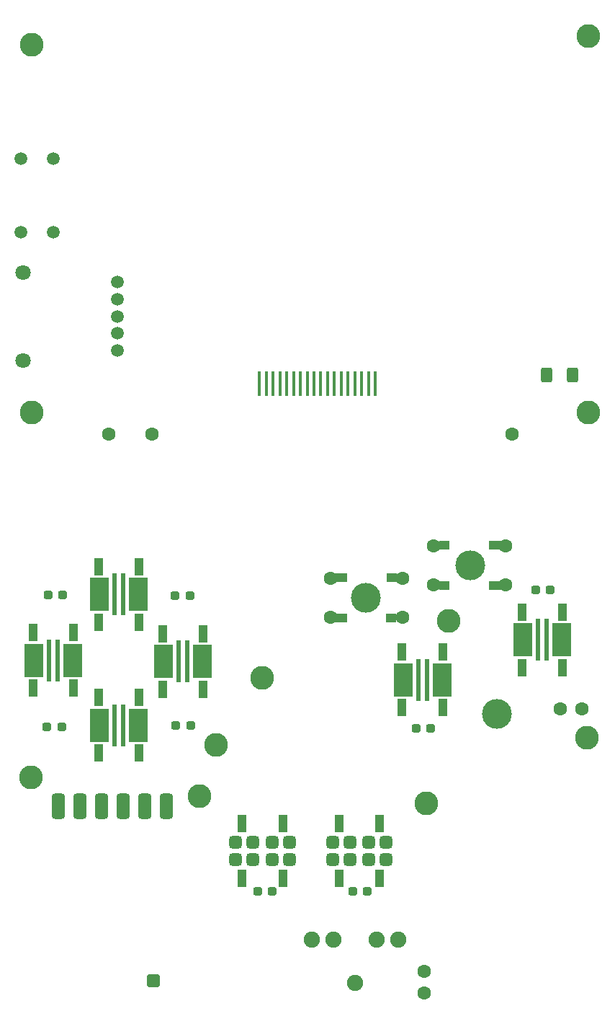
<source format=gbr>
%TF.GenerationSoftware,KiCad,Pcbnew,8.0.5*%
%TF.CreationDate,2024-11-18T11:08:30+00:00*%
%TF.ProjectId,gbc_retrozero_combined,6762635f-7265-4747-926f-7a65726f5f63,rev?*%
%TF.SameCoordinates,Original*%
%TF.FileFunction,Soldermask,Top*%
%TF.FilePolarity,Negative*%
%FSLAX46Y46*%
G04 Gerber Fmt 4.6, Leading zero omitted, Abs format (unit mm)*
G04 Created by KiCad (PCBNEW 8.0.5) date 2024-11-18 11:08:30*
%MOMM*%
%LPD*%
G01*
G04 APERTURE LIST*
G04 Aperture macros list*
%AMRoundRect*
0 Rectangle with rounded corners*
0 $1 Rounding radius*
0 $2 $3 $4 $5 $6 $7 $8 $9 X,Y pos of 4 corners*
0 Add a 4 corners polygon primitive as box body*
4,1,4,$2,$3,$4,$5,$6,$7,$8,$9,$2,$3,0*
0 Add four circle primitives for the rounded corners*
1,1,$1+$1,$2,$3*
1,1,$1+$1,$4,$5*
1,1,$1+$1,$6,$7*
1,1,$1+$1,$8,$9*
0 Add four rect primitives between the rounded corners*
20,1,$1+$1,$2,$3,$4,$5,0*
20,1,$1+$1,$4,$5,$6,$7,0*
20,1,$1+$1,$6,$7,$8,$9,0*
20,1,$1+$1,$8,$9,$2,$3,0*%
G04 Aperture macros list end*
%ADD10RoundRect,0.237500X-0.287500X-0.237500X0.287500X-0.237500X0.287500X0.237500X-0.287500X0.237500X0*%
%ADD11C,1.600000*%
%ADD12RoundRect,0.400000X0.400000X1.100000X-0.400000X1.100000X-0.400000X-1.100000X0.400000X-1.100000X0*%
%ADD13RoundRect,0.400000X0.400000X0.400000X-0.400000X0.400000X-0.400000X-0.400000X0.400000X-0.400000X0*%
%ADD14C,2.800000*%
%ADD15R,0.500000X5.000000*%
%ADD16R,2.200000X4.000000*%
%ADD17R,1.000000X2.000000*%
%ADD18R,0.400000X3.000000*%
%ADD19RoundRect,0.375000X-0.375000X-0.375000X0.375000X-0.375000X0.375000X0.375000X-0.375000X0.375000X0*%
%ADD20R,1.250000X1.000000*%
%ADD21R,1.500000X1.000000*%
%ADD22C,3.500000*%
%ADD23RoundRect,0.250000X-0.400000X-0.625000X0.400000X-0.625000X0.400000X0.625000X-0.400000X0.625000X0*%
%ADD24C,1.500000*%
%ADD25C,1.800000*%
%ADD26C,1.900000*%
G04 APERTURE END LIST*
D10*
%TO.C,D5*%
X138455000Y-158910000D03*
X140205000Y-158910000D03*
%TD*%
D11*
%TO.C,U3*%
X168366000Y-105216800D03*
%TD*%
D10*
%TO.C,D8*%
X171144800Y-123467580D03*
X172894800Y-123467580D03*
%TD*%
%TO.C,D6*%
X149632300Y-158910000D03*
X151382300Y-158910000D03*
%TD*%
D12*
%TO.C,U13*%
X127773000Y-148931080D03*
X125233000Y-148931080D03*
X122693000Y-148931080D03*
X120153000Y-148931080D03*
X117613000Y-148931080D03*
X115073000Y-148931080D03*
D13*
X126249000Y-169378080D03*
%TD*%
D14*
%TO.C,U20*%
X133600000Y-141720000D03*
%TD*%
D15*
%TO.C,SW1*%
X121687080Y-124040000D03*
D16*
X124476000Y-124040000D03*
D17*
X124565200Y-120787600D03*
X124565200Y-127290000D03*
X119790000Y-120787600D03*
X119790000Y-127290000D03*
D16*
X119904000Y-124040000D03*
D15*
X122692920Y-124040000D03*
%TD*%
%TO.C,SW3*%
X113937080Y-131790000D03*
D16*
X116726000Y-131790000D03*
D17*
X116815200Y-128537600D03*
X116815200Y-135040000D03*
X112040000Y-128537600D03*
X112040000Y-135040000D03*
D16*
X112154000Y-131790000D03*
D15*
X114942920Y-131790000D03*
%TD*%
D14*
%TO.C,U9*%
X177360000Y-102720000D03*
%TD*%
%TO.C,U11*%
X111940000Y-102710000D03*
%TD*%
D10*
%TO.C,D4*%
X113704000Y-139609280D03*
X115454000Y-139609280D03*
%TD*%
D15*
%TO.C,SW4*%
X129175080Y-131910000D03*
D16*
X131964000Y-131910000D03*
D17*
X132053200Y-128657600D03*
X132053200Y-135160000D03*
X127278000Y-128657600D03*
X127278000Y-135160000D03*
D16*
X127392000Y-131910000D03*
D15*
X130180920Y-131910000D03*
%TD*%
D18*
%TO.C,U1*%
X138696700Y-99263200D03*
X139496800Y-99263200D03*
X140296900Y-99263200D03*
X141097000Y-99263200D03*
X141897100Y-99263200D03*
X142697200Y-99263200D03*
X143497300Y-99263200D03*
X144297400Y-99263200D03*
X145097500Y-99263200D03*
X145897600Y-99263200D03*
X146697700Y-99263200D03*
X147497800Y-99263200D03*
X148297900Y-99263200D03*
X149098000Y-99263200D03*
X149898100Y-99263200D03*
X150698200Y-99263200D03*
X151498300Y-99263200D03*
X152298400Y-99263200D03*
%TD*%
D11*
%TO.C,U2*%
X126049600Y-105216800D03*
X120969600Y-105216800D03*
%TD*%
D15*
%TO.C,SW6*%
X157367080Y-134070000D03*
D16*
X160156000Y-134070000D03*
D17*
X160245200Y-130817600D03*
X160245200Y-137320000D03*
X155470000Y-130817600D03*
X155470000Y-137320000D03*
D16*
X155584000Y-134070000D03*
D15*
X158372920Y-134070000D03*
%TD*%
D14*
%TO.C,U18*%
X177217300Y-140827460D03*
%TD*%
D19*
%TO.C,SW8*%
X147295000Y-153124000D03*
X149327000Y-155156000D03*
X151549500Y-153124000D03*
D17*
X152840000Y-150900000D03*
X152840000Y-157402400D03*
D19*
X153581500Y-155156000D03*
X147295000Y-155156000D03*
D17*
X148064800Y-150900000D03*
X148064800Y-157402400D03*
D19*
X149327000Y-153124000D03*
X151549500Y-155156000D03*
X153581500Y-153124000D03*
%TD*%
D20*
%TO.C,SW9*%
X154220000Y-122030000D03*
D11*
X155518000Y-122134000D03*
X155518000Y-126706000D03*
D20*
X154200000Y-126810000D03*
D21*
X148200000Y-122030000D03*
D11*
X147009000Y-122134000D03*
X147009000Y-126706000D03*
D21*
X148200000Y-126807600D03*
D22*
X151200000Y-124420000D03*
%TD*%
D14*
%TO.C,U5*%
X177357300Y-58517460D03*
%TD*%
D10*
%TO.C,D3*%
X128855100Y-139444180D03*
X130605100Y-139444180D03*
%TD*%
D14*
%TO.C,U16*%
X131650000Y-147690000D03*
%TD*%
D15*
%TO.C,SW5*%
X171467080Y-129370000D03*
D16*
X174256000Y-129370000D03*
D17*
X174345200Y-126117600D03*
X174345200Y-132620000D03*
X169570000Y-126117600D03*
X169570000Y-132620000D03*
D16*
X169684000Y-129370000D03*
D15*
X172472920Y-129370000D03*
%TD*%
%TO.C,SW2*%
X121687080Y-139406080D03*
D16*
X124476000Y-139406080D03*
D17*
X124565200Y-136153680D03*
X124565200Y-142656080D03*
X119790000Y-136153680D03*
X119790000Y-142656080D03*
D16*
X119904000Y-139406080D03*
D15*
X122692920Y-139406080D03*
%TD*%
D10*
%TO.C,D7*%
X157087200Y-139787080D03*
X158837200Y-139787080D03*
%TD*%
D11*
%TO.C,U12*%
X174077200Y-137450280D03*
X176617200Y-137450280D03*
%TD*%
D23*
%TO.C,R1*%
X172417300Y-98247600D03*
X175517300Y-98247600D03*
%TD*%
D10*
%TO.C,D2*%
X113843700Y-124064480D03*
X115593700Y-124064480D03*
%TD*%
D14*
%TO.C,U4*%
X111937300Y-59527460D03*
%TD*%
D10*
%TO.C,D1*%
X128789000Y-124166080D03*
X130539000Y-124166080D03*
%TD*%
D22*
%TO.C,TP1*%
X166580000Y-138040000D03*
%TD*%
D19*
%TO.C,SW7*%
X135905000Y-153131600D03*
X137937000Y-155163600D03*
X140159500Y-153131600D03*
D17*
X141450000Y-150907600D03*
X141450000Y-157410000D03*
D19*
X142191500Y-155163600D03*
X135905000Y-155163600D03*
D17*
X136674800Y-150907600D03*
X136674800Y-157410000D03*
D19*
X137937000Y-153131600D03*
X140159500Y-155163600D03*
X142191500Y-153131600D03*
%TD*%
D14*
%TO.C,U19*%
X160967300Y-127157460D03*
%TD*%
%TO.C,U15*%
X158310000Y-148580000D03*
%TD*%
D11*
%TO.C,LS1*%
X158024400Y-170813180D03*
X158024400Y-168273180D03*
%TD*%
D14*
%TO.C,U14*%
X139010000Y-133850000D03*
%TD*%
D20*
%TO.C,SW10*%
X160440000Y-123000080D03*
D11*
X159142000Y-122896080D03*
X159142000Y-118324080D03*
D20*
X160460000Y-118220080D03*
D21*
X166460000Y-123000080D03*
D11*
X167651000Y-122896080D03*
X167651000Y-118324080D03*
D21*
X166460000Y-118222480D03*
D22*
X163460000Y-120610080D03*
%TD*%
D14*
%TO.C,U17*%
X111820000Y-145530000D03*
%TD*%
D24*
%TO.C,U7*%
X114454800Y-72909600D03*
X110657500Y-72909600D03*
X114454800Y-81545600D03*
X110657500Y-81545600D03*
%TD*%
%TO.C,U8*%
X122004240Y-87387840D03*
X122004240Y-89394440D03*
X122004240Y-91401040D03*
X122004240Y-93407640D03*
X122004240Y-95414240D03*
D25*
X110879040Y-96569940D03*
X110891740Y-86232140D03*
%TD*%
D26*
%TO.C,U10*%
X149946480Y-169623440D03*
X155026480Y-164543440D03*
X152486480Y-164543440D03*
X147406480Y-164543440D03*
X144866480Y-164543440D03*
%TD*%
M02*

</source>
